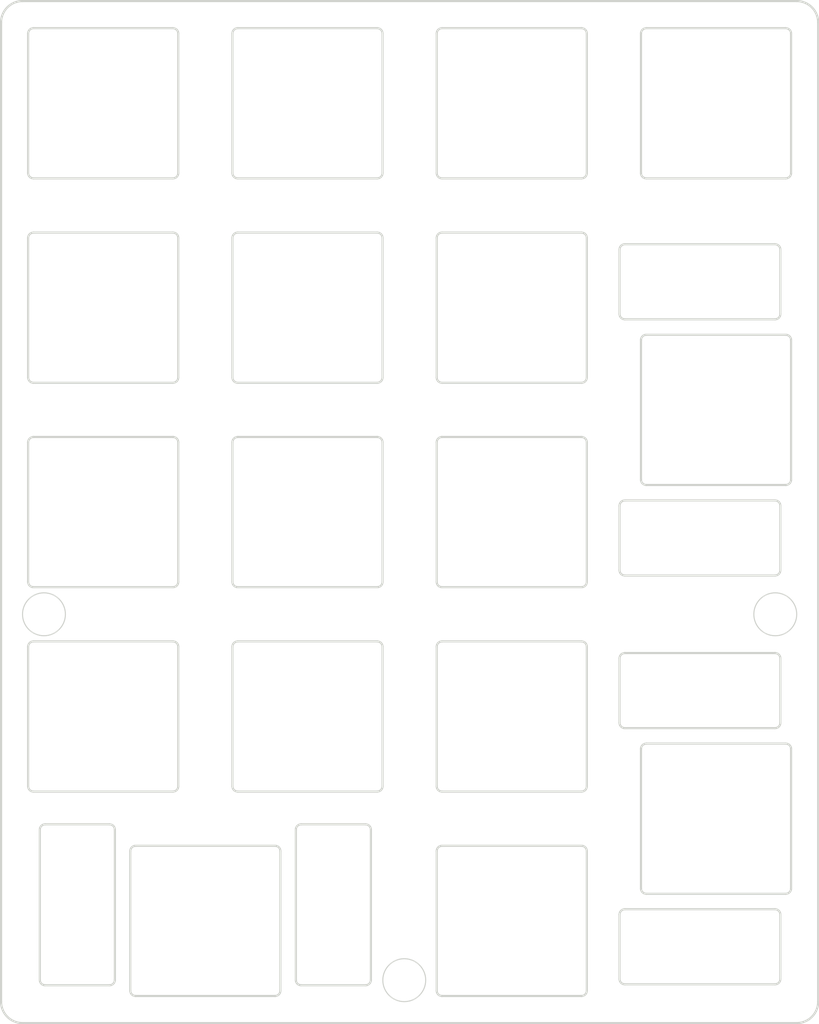
<source format=kicad_pcb>
(kicad_pcb (version 20221018) (generator pcbnew)

  (general
    (thickness 1.6)
  )

  (paper "A4")
  (layers
    (0 "F.Cu" signal)
    (31 "B.Cu" signal)
    (32 "B.Adhes" user "B.Adhesive")
    (33 "F.Adhes" user "F.Adhesive")
    (34 "B.Paste" user)
    (35 "F.Paste" user)
    (36 "B.SilkS" user "B.Silkscreen")
    (37 "F.SilkS" user "F.Silkscreen")
    (38 "B.Mask" user)
    (39 "F.Mask" user)
    (40 "Dwgs.User" user "User.Drawings")
    (41 "Cmts.User" user "User.Comments")
    (42 "Eco1.User" user "User.Eco1")
    (43 "Eco2.User" user "User.Eco2")
    (44 "Edge.Cuts" user)
    (45 "Margin" user)
    (46 "B.CrtYd" user "B.Courtyard")
    (47 "F.CrtYd" user "F.Courtyard")
    (48 "B.Fab" user)
    (49 "F.Fab" user)
    (50 "User.1" user)
    (51 "User.2" user)
    (52 "User.3" user)
    (53 "User.4" user)
    (54 "User.5" user)
    (55 "User.6" user)
    (56 "User.7" user)
    (57 "User.8" user)
    (58 "User.9" user)
  )

  (setup
    (pad_to_mask_clearance 0)
    (grid_origin 48.84 130.7)
    (pcbplotparams
      (layerselection 0x00010fc_ffffffff)
      (plot_on_all_layers_selection 0x0000000_00000000)
      (disableapertmacros false)
      (usegerberextensions false)
      (usegerberattributes true)
      (usegerberadvancedattributes true)
      (creategerberjobfile true)
      (dashed_line_dash_ratio 12.000000)
      (dashed_line_gap_ratio 3.000000)
      (svgprecision 4)
      (plotframeref false)
      (viasonmask false)
      (mode 1)
      (useauxorigin false)
      (hpglpennumber 1)
      (hpglpenspeed 20)
      (hpglpendiameter 15.000000)
      (dxfpolygonmode true)
      (dxfimperialunits true)
      (dxfusepcbnewfont true)
      (psnegative false)
      (psa4output false)
      (plotreference true)
      (plotvalue true)
      (plotinvisibletext false)
      (sketchpadsonfab false)
      (subtractmaskfromsilk false)
      (outputformat 1)
      (mirror false)
      (drillshape 1)
      (scaleselection 1)
      (outputdirectory "")
    )
  )

  (net 0 "")

  (gr_arc (start 49.865 109.125) (mid 49.511447 108.978553) (end 49.365 108.625)
    (stroke (width 0.2) (type solid)) (layer "Edge.Cuts") (tstamp 02bd69de-817a-4aff-a2b2-435beb75747c))
  (gr_line (start 49.865 51.975) (end 62.865 51.975)
    (stroke (width 0.2) (type solid)) (layer "Edge.Cuts") (tstamp 03822c99-6f6c-4b3c-9c45-ad19f443a43e))
  (gr_arc (start 120.515 118.15) (mid 120.368553 118.503553) (end 120.015 118.65)
    (stroke (width 0.2) (type solid)) (layer "Edge.Cuts") (tstamp 03d6fcdb-41a7-4abd-868b-45de3a5fdf3f))
  (gr_line (start 87.965 114.175) (end 100.965 114.175)
    (stroke (width 0.2) (type solid)) (layer "Edge.Cuts") (tstamp 0677a6bc-029a-4c42-9947-715db07c6f4a))
  (gr_line (start 46.84 37.45) (end 46.84 128.7)
    (stroke (width 0.2) (type solid)) (layer "Edge.Cuts") (tstamp 07ab95c0-db1e-46f2-9276-43d9130ed751))
  (gr_arc (start 62.865 37.975) (mid 63.218553 38.121447) (end 63.365 38.475)
    (stroke (width 0.2) (type solid)) (layer "Edge.Cuts") (tstamp 0a4f5e04-0ca5-4e02-aede-feb086f53063))
  (gr_arc (start 87.965 109.125) (mid 87.611447 108.978553) (end 87.465 108.625)
    (stroke (width 0.2) (type solid)) (layer "Edge.Cuts") (tstamp 0aaa6bd2-9261-4df6-8dbc-a1729400f264))
  (gr_arc (start 82.415 108.625) (mid 82.268553 108.978553) (end 81.915 109.125)
    (stroke (width 0.2) (type solid)) (layer "Edge.Cuts") (tstamp 0b14e0f3-1ea2-4a51-a10f-0fdcb770a2ba))
  (gr_arc (start 63.365 89.575) (mid 63.218553 89.928553) (end 62.865 90.075)
    (stroke (width 0.2) (type solid)) (layer "Edge.Cuts") (tstamp 0d7985c1-73d0-462e-9d4b-a1ce05c0ae83))
  (gr_line (start 87.965 76.075) (end 100.965 76.075)
    (stroke (width 0.2) (type solid)) (layer "Edge.Cuts") (tstamp 0dc61399-9f72-45c8-8c5e-eab07dbd3a6d))
  (gr_arc (start 68.915 51.975) (mid 68.561447 51.828553) (end 68.415 51.475)
    (stroke (width 0.2) (type solid)) (layer "Edge.Cuts") (tstamp 0df62f9a-89f9-4aa3-bd44-aa170d186596))
  (gr_arc (start 105.015 103.212) (mid 104.661447 103.065553) (end 104.515 102.712)
    (stroke (width 0.2) (type solid)) (layer "Edge.Cuts") (tstamp 0f01d881-e5f8-4555-8052-4587c8753221))
  (gr_arc (start 101.465 70.525) (mid 101.318553 70.878553) (end 100.965 71.025)
    (stroke (width 0.2) (type solid)) (layer "Edge.Cuts") (tstamp 1080ee39-1d35-490c-9ad6-4de5341c9f30))
  (gr_line (start 49.865 57.025) (end 62.865 57.025)
    (stroke (width 0.2) (type solid)) (layer "Edge.Cuts") (tstamp 11bc2f35-d1da-439d-820a-85e3f9f53cae))
  (gr_line (start 87.965 95.125) (end 100.965 95.125)
    (stroke (width 0.2) (type solid)) (layer "Edge.Cuts") (tstamp 1209aed2-7d93-4f4a-b678-73a7dfc675eb))
  (gr_arc (start 123.04 128.7) (mid 122.454214 130.114214) (end 121.04 130.7)
    (stroke (width 0.2) (type default)) (layer "Edge.Cuts") (tstamp 12fa267d-2219-49fd-be57-7a9acf2765ca))
  (gr_arc (start 105.015 65.112) (mid 104.661447 64.965553) (end 104.515 64.612)
    (stroke (width 0.2) (type solid)) (layer "Edge.Cuts") (tstamp 134396de-fd73-4fc2-8a31-49f7993c4228))
  (gr_line (start 101.465 76.575) (end 101.465 89.575)
    (stroke (width 0.2) (type solid)) (layer "Edge.Cuts") (tstamp 145636dc-4382-41b7-bd41-0da873042c29))
  (gr_arc (start 106.515 38.475) (mid 106.661447 38.121447) (end 107.015 37.975)
    (stroke (width 0.2) (type solid)) (layer "Edge.Cuts") (tstamp 148b44df-5f1b-4b37-8aa4-39ef14fa0122))
  (gr_line (start 72.89 114.675) (end 72.89 127.675)
    (stroke (width 0.2) (type solid)) (layer "Edge.Cuts") (tstamp 15bc7169-0ed4-4079-a170-60ab7aaf3d8c))
  (gr_line (start 119.015 58.112) (end 105.015 58.112)
    (stroke (width 0.2) (type solid)) (layer "Edge.Cuts") (tstamp 1989d894-ed96-4842-a20f-06056eab8016))
  (gr_line (start 104.515 82.488) (end 104.515 88.488)
    (stroke (width 0.2) (type solid)) (layer "Edge.Cuts") (tstamp 19f5b73a-f739-4d1c-bf2d-3c44a91124fa))
  (gr_line (start 63.365 95.625) (end 63.365 108.625)
    (stroke (width 0.2) (type solid)) (layer "Edge.Cuts") (tstamp 1acd98d6-abea-494b-9f40-6bde442bc78f))
  (gr_arc (start 81.915 37.975) (mid 82.268553 38.121447) (end 82.415 38.475)
    (stroke (width 0.2) (type solid)) (layer "Edge.Cuts") (tstamp 1b1b3ca0-323a-487f-8474-186631e23632))
  (gr_line (start 68.415 57.525) (end 68.415 70.525)
    (stroke (width 0.2) (type solid)) (layer "Edge.Cuts") (tstamp 1cadc35a-6624-4548-9e5c-c8f19b51dc20))
  (gr_line (start 68.415 95.625) (end 68.415 108.625)
    (stroke (width 0.2) (type solid)) (layer "Edge.Cuts") (tstamp 1fd2aaa2-6986-4e49-9fb8-7084d1d7f728))
  (gr_line (start 87.965 90.075) (end 100.965 90.075)
    (stroke (width 0.2) (type solid)) (layer "Edge.Cuts") (tstamp 20429998-28b4-43fc-a5fe-3b5ef87ee725))
  (gr_line (start 120.515 38.475) (end 120.515 51.475)
    (stroke (width 0.2) (type solid)) (layer "Edge.Cuts") (tstamp 20d26f0f-5f67-482e-9f5d-0a660c74c4b7))
  (gr_line (start 119.515 58.612) (end 119.515 64.612)
    (stroke (width 0.2) (type solid)) (layer "Edge.Cuts") (tstamp 232c575f-dd20-47bf-b7e2-08d47f9025ac))
  (gr_arc (start 106.515 105.15) (mid 106.661447 104.796447) (end 107.015 104.65)
    (stroke (width 0.2) (type solid)) (layer "Edge.Cuts") (tstamp 24677d8c-244c-490b-8f7b-3e97fc442b56))
  (gr_arc (start 48.84 130.7) (mid 47.425786 130.114214) (end 46.84 128.7)
    (stroke (width 0.2) (type default)) (layer "Edge.Cuts") (tstamp 265e0988-8bbe-429c-b09d-c61bf0a354ab))
  (gr_line (start 68.915 57.025) (end 81.915 57.025)
    (stroke (width 0.2) (type solid)) (layer "Edge.Cuts") (tstamp 266b057e-aab6-4ddb-8a31-d49283706b6e))
  (gr_arc (start 74.328 112.675) (mid 74.474447 112.321447) (end 74.828 112.175)
    (stroke (width 0.2) (type solid)) (layer "Edge.Cuts") (tstamp 26f74bae-db24-4e68-91d5-bf3b6e44d35a))
  (gr_arc (start 46.84 37.45) (mid 47.425786 36.035786) (end 48.84 35.45)
    (stroke (width 0.2) (type default)) (layer "Edge.Cuts") (tstamp 290b69ed-0635-4765-aec3-9a2e33227fb6))
  (gr_arc (start 119.015 96.212) (mid 119.368553 96.358447) (end 119.515 96.712)
    (stroke (width 0.2) (type solid)) (layer "Edge.Cuts") (tstamp 2b8ba453-b828-49e8-a444-a914eedb0538))
  (gr_line (start 119.015 88.988) (end 105.015 88.988)
    (stroke (width 0.2) (type solid)) (layer "Edge.Cuts") (tstamp 2cf2357a-7baf-41c6-a4f5-f174babef485))
  (gr_arc (start 120.015 66.55) (mid 120.368553 66.696447) (end 120.515 67.05)
    (stroke (width 0.2) (type solid)) (layer "Edge.Cuts") (tstamp 2e6abcbb-e26d-4247-a293-b88d501ddfb1))
  (gr_arc (start 62.865 95.125) (mid 63.218553 95.271447) (end 63.365 95.625)
    (stroke (width 0.2) (type solid)) (layer "Edge.Cuts") (tstamp 2ea4b31e-81b0-418f-904f-bb95d39ffc49))
  (gr_arc (start 107.015 118.65) (mid 106.661447 118.503553) (end 106.515 118.15)
    (stroke (width 0.2) (type solid)) (layer "Edge.Cuts") (tstamp 2f5d5b75-e966-4bcc-aa15-318c7b465088))
  (gr_arc (start 62.865 76.075) (mid 63.218553 76.221447) (end 63.365 76.575)
    (stroke (width 0.2) (type solid)) (layer "Edge.Cuts") (tstamp 2f6081c9-f781-470b-9441-32adaa96ab4e))
  (gr_arc (start 49.365 76.575) (mid 49.511447 76.221447) (end 49.865 76.075)
    (stroke (width 0.2) (type solid)) (layer "Edge.Cuts") (tstamp 30acc9e1-18a8-4b6a-9e19-f58b4b044089))
  (gr_line (start 49.865 90.075) (end 62.865 90.075)
    (stroke (width 0.2) (type solid)) (layer "Edge.Cuts") (tstamp 30e4b23d-e051-4837-8e4f-65a0e077f9a5))
  (gr_arc (start 119.515 88.488) (mid 119.368553 88.841553) (end 119.015 88.988)
    (stroke (width 0.2) (type solid)) (layer "Edge.Cuts") (tstamp 314ee872-8232-404f-a8c6-4a4d566913f3))
  (gr_line (start 121.04 130.7) (end 48.84 130.7)
    (stroke (width 0.2) (type solid)) (layer "Edge.Cuts") (tstamp 33ab3337-4961-436e-b732-a612e9eca6e1))
  (gr_arc (start 50.952 127.175) (mid 50.598447 127.028553) (end 50.452 126.675)
    (stroke (width 0.2) (type solid)) (layer "Edge.Cuts") (tstamp 34b3ce02-4ea7-471b-aaaf-92fb18a065a1))
  (gr_circle (center 84.44 126.7) (end 86.44 126.7)
    (stroke (width 0.1) (type default)) (fill none) (layer "Edge.Cuts") (tstamp 3581e31b-40e4-469f-960c-b868f6f47485))
  (gr_arc (start 87.465 95.625) (mid 87.611447 95.271447) (end 87.965 95.125)
    (stroke (width 0.2) (type solid)) (layer "Edge.Cuts") (tstamp 36bf9016-29a6-4464-8a11-059ee0a4759a))
  (gr_line (start 68.915 71.025) (end 81.915 71.025)
    (stroke (width 0.2) (type solid)) (layer "Edge.Cuts") (tstamp 370b36c3-4580-4320-aa22-f4ddc6f1e19d))
  (gr_line (start 101.465 57.525) (end 101.465 70.525)
    (stroke (width 0.2) (type solid)) (layer "Edge.Cuts") (tstamp 39551eb8-7780-400f-a50a-aff2b39467f4))
  (gr_arc (start 74.828 127.175) (mid 74.474447 127.028553) (end 74.328 126.675)
    (stroke (width 0.2) (type solid)) (layer "Edge.Cuts") (tstamp 39884075-0401-4018-8c5d-704f8d1fcb9f))
  (gr_line (start 59.39 128.175) (end 72.39 128.175)
    (stroke (width 0.2) (type solid)) (layer "Edge.Cuts") (tstamp 3bccf842-65a5-42c4-89a6-efecdab4dc1f))
  (gr_arc (start 107.015 51.975) (mid 106.661447 51.828553) (end 106.515 51.475)
    (stroke (width 0.2) (type solid)) (layer "Edge.Cuts") (tstamp 3c138de5-b7eb-4efc-b828-194913c1210c))
  (gr_arc (start 101.465 108.625) (mid 101.318553 108.978553) (end 100.965 109.125)
    (stroke (width 0.2) (type solid)) (layer "Edge.Cuts") (tstamp 3e45e9e5-7527-433e-a832-4b0e92023cf5))
  (gr_line (start 56.952 127.175) (end 50.952 127.175)
    (stroke (width 0.2) (type solid)) (layer "Edge.Cuts") (tstamp 3f3873fb-cfec-4df8-b493-c08e347f54f7))
  (gr_line (start 104.515 96.712) (end 104.515 102.712)
    (stroke (width 0.2) (type solid)) (layer "Edge.Cuts") (tstamp 4062889b-ae28-4e51-9289-ebcf006e7554))
  (gr_line (start 57.452 126.675) (end 57.452 112.675)
    (stroke (width 0.2) (type solid)) (layer "Edge.Cuts") (tstamp 40947ecc-69af-407a-90fc-34f91a1d07b2))
  (gr_arc (start 106.515 67.05) (mid 106.661447 66.696447) (end 107.015 66.55)
    (stroke (width 0.2) (type solid)) (layer "Edge.Cuts") (tstamp 43dd3811-e52a-4411-871a-147f40f1a76f))
  (gr_line (start 120.015 104.65) (end 107.015 104.65)
    (stroke (width 0.2) (type solid)) (layer "Edge.Cuts") (tstamp 44127ec7-eab5-4eba-b56a-6fe3b307a843))
  (gr_line (start 81.328 126.675) (end 81.328 112.675)
    (stroke (width 0.2) (type solid)) (layer "Edge.Cuts") (tstamp 44d8fe74-eed6-46ef-84d4-642c88a3e642))
  (gr_arc (start 101.465 51.475) (mid 101.318553 51.828553) (end 100.965 51.975)
    (stroke (width 0.2) (type solid)) (layer "Edge.Cuts") (tstamp 4590904b-8961-4f38-8aa5-4ec5715b7319))
  (gr_line (start 80.828 112.175) (end 74.828 112.175)
    (stroke (width 0.2) (type solid)) (layer "Edge.Cuts") (tstamp 4667b8b1-1a98-496a-b2c9-98c12314af07))
  (gr_arc (start 57.452 126.675) (mid 57.305553 127.028553) (end 56.952 127.175)
    (stroke (width 0.2) (type solid)) (layer "Edge.Cuts") (tstamp 48709983-a014-4077-b28f-c9c813295b86))
  (gr_line (start 59.39 114.175) (end 72.39 114.175)
    (stroke (width 0.2) (type solid)) (layer "Edge.Cuts") (tstamp 488b4c62-c55a-4d0f-ae40-ac7bdf4e8809))
  (gr_line (start 56.952 112.175) (end 50.952 112.175)
    (stroke (width 0.2) (type solid)) (layer "Edge.Cuts") (tstamp 4af0973a-eb39-436f-af69-dc6d8919d600))
  (gr_arc (start 87.965 71.025) (mid 87.611447 70.878553) (end 87.465 70.525)
    (stroke (width 0.2) (type solid)) (layer "Edge.Cuts") (tstamp 4b258efa-453e-4cff-bc46-1787665c9d2c))
  (gr_line (start 82.415 76.575) (end 82.415 89.575)
    (stroke (width 0.2) (type solid)) (layer "Edge.Cuts") (tstamp 4bfd6bb9-57d7-4ee3-be1b-bd3d73065507))
  (gr_arc (start 72.89 127.675) (mid 72.743553 128.028553) (end 72.39 128.175)
    (stroke (width 0.2) (type solid)) (layer "Edge.Cuts") (tstamp 4e48425b-feb7-4810-addd-565479759bdb))
  (gr_line (start 87.965 51.975) (end 100.965 51.975)
    (stroke (width 0.2) (type solid)) (layer "Edge.Cuts") (tstamp 4e51238c-c954-4e64-9fac-e72c5a634cf9))
  (gr_arc (start 104.515 58.612) (mid 104.661447 58.258447) (end 105.015 58.112)
    (stroke (width 0.2) (type solid)) (layer "Edge.Cuts") (tstamp 4e777aad-57b1-48bc-8a23-1ba655c949c2))
  (gr_line (start 87.465 76.575) (end 87.465 89.575)
    (stroke (width 0.2) (type solid)) (layer "Edge.Cuts") (tstamp 52c27918-0ecb-4b29-a329-154784979d43))
  (gr_arc (start 49.865 71.025) (mid 49.511447 70.878553) (end 49.365 70.525)
    (stroke (width 0.2) (type solid)) (layer "Edge.Cuts") (tstamp 56952399-e279-4dd8-acff-fabcfe7d379e))
  (gr_arc (start 120.015 104.65) (mid 120.368553 104.796447) (end 120.515 105.15)
    (stroke (width 0.2) (type solid)) (layer "Edge.Cuts") (tstamp 5953c23b-f0ec-4022-8bbf-039e36ce0df1))
  (gr_line (start 119.015 65.112) (end 105.015 65.112)
    (stroke (width 0.2) (type solid)) (layer "Edge.Cuts") (tstamp 5a957055-fe5c-40c3-bb03-c4bf50774208))
  (gr_arc (start 119.015 58.112) (mid 119.368553 58.258447) (end 119.515 58.612)
    (stroke (width 0.2) (type solid)) (layer "Edge.Cuts") (tstamp 5bed7515-a59a-4b12-a2bd-338714eb04aa))
  (gr_line (start 49.865 71.025) (end 62.865 71.025)
    (stroke (width 0.2) (type solid)) (layer "Edge.Cuts") (tstamp 5cb7a731-29ef-4273-9c40-c2c29eb3b87d))
  (gr_line (start 107.015 37.975) (end 120.015 37.975)
    (stroke (width 0.2) (type solid)) (layer "Edge.Cuts") (tstamp 5d0260d2-6b39-4a95-89f3-1eefee99527a))
  (gr_arc (start 68.415 38.475) (mid 68.561447 38.121447) (end 68.915 37.975)
    (stroke (width 0.2) (type solid)) (layer "Edge.Cuts") (tstamp 5d08b42a-728f-4c99-af97-6b43e49d8f73))
  (gr_line (start 107.015 51.975) (end 120.015 51.975)
    (stroke (width 0.2) (type solid)) (layer "Edge.Cuts") (tstamp 600f4c39-2f43-45fa-a28b-9ff92682e497))
  (gr_line (start 68.415 76.575) (end 68.415 89.575)
    (stroke (width 0.2) (type solid)) (layer "Edge.Cuts") (tstamp 6070e72d-cff7-4453-9908-db29a05aa15b))
  (gr_arc (start 104.515 120.588) (mid 104.661447 120.234447) (end 105.015 120.088)
    (stroke (width 0.2) (type solid)) (layer "Edge.Cuts") (tstamp 60b64571-359a-473f-bee2-731cbbdbf771))
  (gr_line (start 68.915 90.075) (end 81.915 90.075)
    (stroke (width 0.2) (type solid)) (layer "Edge.Cuts") (tstamp 61071825-decf-462c-bbf0-5062b763c2ee))
  (gr_line (start 120.015 80.55) (end 107.015 80.55)
    (stroke (width 0.2) (type solid)) (layer "Edge.Cuts") (tstamp 627b55ff-c4fa-4d6b-b85a-8e72e6b549c0))
  (gr_line (start 50.452 126.675) (end 50.452 112.675)
    (stroke (width 0.2) (type solid)) (layer "Edge.Cuts") (tstamp 62992855-506b-49cf-bba9-b96fcaf462cf))
  (gr_arc (start 120.515 80.05) (mid 120.368553 80.403553) (end 120.015 80.55)
    (stroke (width 0.2) (type solid)) (layer "Edge.Cuts") (tstamp 645dfa69-4534-4274-a7a6-35bd46029e02))
  (gr_circle (center 50.84 92.6) (end 52.84 92.6)
    (stroke (width 0.1) (type default)) (fill none) (layer "Edge.Cuts") (tstamp 6803f4af-be9d-491b-9009-5c3112f0c5d0))
  (gr_arc (start 87.465 114.675) (mid 87.611447 114.321447) (end 87.965 114.175)
    (stroke (width 0.2) (type solid)) (layer "Edge.Cuts") (tstamp 68f9ce0b-66c9-41e5-8163-423891d86a39))
  (gr_line (start 63.365 76.575) (end 63.365 89.575)
    (stroke (width 0.2) (type solid)) (layer "Edge.Cuts") (tstamp 69a7264a-3da3-4155-aebd-cf06e2c38713))
  (gr_arc (start 49.865 51.975) (mid 49.511447 51.828553) (end 49.365 51.475)
    (stroke (width 0.2) (type solid)) (layer "Edge.Cuts") (tstamp 69e503d7-b6dd-4edc-a883-d598759f05ea))
  (gr_arc (start 81.915 95.125) (mid 82.268553 95.271447) (end 82.415 95.625)
    (stroke (width 0.2) (type solid)) (layer "Edge.Cuts") (tstamp 6a3a84d8-2795-4ff3-9ab5-3700d86739a5))
  (gr_line (start 49.365 95.625) (end 49.365 108.625)
    (stroke (width 0.2) (type solid)) (layer "Edge.Cuts") (tstamp 6f350567-63e8-40a7-b9cd-0008dbb7b172))
  (gr_line (start 106.515 67.05) (end 106.515 80.05)
    (stroke (width 0.2) (type solid)) (layer "Edge.Cuts") (tstamp 706c6f3d-a271-4dca-92c6-7e206f1002c6))
  (gr_arc (start 104.515 96.712) (mid 104.661447 96.358447) (end 105.015 96.212)
    (stroke (width 0.2) (type solid)) (layer "Edge.Cuts") (tstamp 727ed102-5b50-4f7c-aca9-0a93a4529e6d))
  (gr_line (start 87.465 38.475) (end 87.465 51.475)
    (stroke (width 0.2) (type solid)) (layer "Edge.Cuts") (tstamp 733499db-29c4-4293-abff-a0a1b3803dcb))
  (gr_line (start 121.04 35.45) (end 48.84 35.45)
    (stroke (width 0.2) (type solid)) (layer "Edge.Cuts") (tstamp 7396ae4e-ef87-472b-af04-7247afe0d0ca))
  (gr_arc (start 72.39 114.175) (mid 72.743553 114.321447) (end 72.89 114.675)
    (stroke (width 0.2) (type solid)) (layer "Edge.Cuts") (tstamp 73e25c40-6a73-49b7-b26c-341466851cc9))
  (gr_line (start 104.515 120.588) (end 104.515 126.588)
    (stroke (width 0.2) (type solid)) (layer "Edge.Cuts") (tstamp 754f99c2-cc39-4d5b-9bde-4b4521c2fffe))
  (gr_arc (start 50.452 112.675) (mid 50.598447 112.321447) (end 50.952 112.175)
    (stroke (width 0.2) (type solid)) (layer "Edge.Cuts") (tstamp 76603659-5891-4347-bad8-a9e1745be845))
  (gr_arc (start 49.365 95.625) (mid 49.511447 95.271447) (end 49.865 95.125)
    (stroke (width 0.2) (type solid)) (layer "Edge.Cuts") (tstamp 76b6022e-f14b-4abe-a0d1-a337e62b6be7))
  (gr_line (start 68.915 95.125) (end 81.915 95.125)
    (stroke (width 0.2) (type solid)) (layer "Edge.Cuts") (tstamp 780c4f48-f06f-488a-b1a4-fad59637407d))
  (gr_line (start 87.465 57.525) (end 87.465 70.525)
    (stroke (width 0.2) (type solid)) (layer "Edge.Cuts") (tstamp 7c16b9c3-0ff9-4ec7-9db3-4acc4e743af6))
  (gr_arc (start 105.015 127.088) (mid 104.661447 126.941553) (end 104.515 126.588)
    (stroke (width 0.2) (type solid)) (layer "Edge.Cuts") (tstamp 7deed357-dca0-4ded-a1cb-8e69c388a8dc))
  (gr_line (start 49.865 76.075) (end 62.865 76.075)
    (stroke (width 0.2) (type solid)) (layer "Edge.Cuts") (tstamp 7e1fd8ab-cf28-4a27-8444-34de15cf106c))
  (gr_arc (start 59.39 128.175) (mid 59.036447 128.028553) (end 58.89 127.675)
    (stroke (width 0.2) (type solid)) (layer "Edge.Cuts") (tstamp 7eab9aa4-03f4-4c10-a690-3065b13fa69f))
  (gr_line (start 80.828 127.175) (end 74.828 127.175)
    (stroke (width 0.2) (type solid)) (layer "Edge.Cuts") (tstamp 7fce58fb-ec14-4e79-b473-976ed4a062d6))
  (gr_arc (start 68.415 95.625) (mid 68.561447 95.271447) (end 68.915 95.125)
    (stroke (width 0.2) (type solid)) (layer "Edge.Cuts") (tstamp 80959bd6-4519-48b7-95fc-22486b2ca198))
  (gr_arc (start 82.415 89.575) (mid 82.268553 89.928553) (end 81.915 90.075)
    (stroke (width 0.2) (type solid)) (layer "Edge.Cuts") (tstamp 87cea8c9-1fa0-44a5-bc35-f74c1e41f43c))
  (gr_arc (start 87.965 90.075) (mid 87.611447 89.928553) (end 87.465 89.575)
    (stroke (width 0.2) (type solid)) (layer "Edge.Cuts") (tstamp 87fc14cf-bdfd-4f4d-bfd2-1acb88b006de))
  (gr_line (start 82.415 38.475) (end 82.415 51.475)
    (stroke (width 0.2) (type solid)) (layer "Edge.Cuts") (tstamp 88001a8e-7a77-419e-9feb-e29d90bf4cde))
  (gr_arc (start 49.365 38.475) (mid 49.511447 38.121447) (end 49.865 37.975)
    (stroke (width 0.2) (type solid)) (layer "Edge.Cuts") (tstamp 8899b342-1e4d-46aa-9c2e-4de847724e81))
  (gr_line (start 68.915 51.975) (end 81.915 51.975)
    (stroke (width 0.2) (type solid)) (layer "Edge.Cuts") (tstamp 89f946db-f498-4c0f-9a5f-2b8013322e8d))
  (gr_arc (start 68.415 57.525) (mid 68.561447 57.171447) (end 68.915 57.025)
    (stroke (width 0.2) (type solid)) (layer "Edge.Cuts") (tstamp 8b1a74c3-ed9a-44c3-a8a3-d74bd845efd4))
  (gr_line (start 101.465 114.675) (end 101.465 127.675)
    (stroke (width 0.2) (type solid)) (layer "Edge.Cuts") (tstamp 8fcc38b6-f498-4a01-9817-a6d3aacdd156))
  (gr_line (start 63.365 57.525) (end 63.365 70.525)
    (stroke (width 0.2) (type solid)) (layer "Edge.Cuts") (tstamp 90159484-bda4-412e-be49-0c981d2d4ed9))
  (gr_line (start 68.915 109.125) (end 81.915 109.125)
    (stroke (width 0.2) (type solid)) (layer "Edge.Cuts") (tstamp 91189f76-926d-441f-8ae2-e09975c5aea4))
  (gr_arc (start 58.89 114.675) (mid 59.036447 114.321447) (end 59.39 114.175)
    (stroke (width 0.2) (type solid)) (layer "Edge.Cuts") (tstamp 9273917d-ee1a-4abb-8d6d-c73536f64b68))
  (gr_arc (start 120.015 37.975) (mid 120.368553 38.121447) (end 120.515 38.475)
    (stroke (width 0.2) (type solid)) (layer "Edge.Cuts") (tstamp 9471696d-1389-4c71-bc8c-1f7130c91b6a))
  (gr_arc (start 87.465 57.525) (mid 87.611447 57.171447) (end 87.965 57.025)
    (stroke (width 0.2) (type solid)) (layer "Edge.Cuts") (tstamp 962d21fc-8435-4645-abcd-30cf5b6a5dcf))
  (gr_line (start 49.365 38.475) (end 49.365 51.475)
    (stroke (width 0.2) (type solid)) (layer "Edge.Cuts") (tstamp 98943089-7eee-4c03-b4f3-31780d7f512b))
  (gr_arc (start 119.015 120.088) (mid 119.368553 120.234447) (end 119.515 120.588)
    (stroke (width 0.2) (type solid)) (layer "Edge.Cuts") (tstamp 9959284c-d6b6-4a05-917c-f67db7c2bbf2))
  (gr_arc (start 81.328 126.675) (mid 81.181553 127.028553) (end 80.828 127.175)
    (stroke (width 0.2) (type solid)) (layer "Edge.Cuts") (tstamp 9a64ad23-1de8-4853-b546-46245db51fec))
  (gr_line (start 87.965 57.025) (end 100.965 57.025)
    (stroke (width 0.2) (type solid)) (layer "Edge.Cuts") (tstamp 9b1ff03f-c414-41c3-9d7b-608937038121))
  (gr_arc (start 104.515 82.488) (mid 104.661447 82.134447) (end 105.015 81.988)
    (stroke (width 0.2) (type solid)) (layer "Edge.Cuts") (tstamp 9c3942aa-99a8-4dd8-8381-31463560d2df))
  (gr_line (start 119.515 96.712) (end 119.515 102.712)
    (stroke (width 0.2) (type solid)) (layer "Edge.Cuts") (tstamp 9c768d2c-872a-4825-8524-14c11092facf))
  (gr_line (start 49.865 95.125) (end 62.865 95.125)
    (stroke (width 0.2) (type solid)) (layer "Edge.Cuts") (tstamp 9c785deb-f06b-4ecf-84f2-a2f54315ed7e))
  (gr_line (start 123.04 37.45) (end 123.04 128.7)
    (stroke (width 0.2) (type solid)) (layer "Edge.Cuts") (tstamp 9ce736f3-549f-48ec-a728-f1b5ac370a74))
  (gr_line (start 120.015 118.65) (end 107.015 118.65)
    (stroke (width 0.2) (type solid)) (layer "Edge.Cuts") (tstamp 9d847988-64b4-47f8-b05e-6fb62f32c7cc))
  (gr_line (start 101.465 95.625) (end 101.465 108.625)
    (stroke (width 0.2) (type solid)) (layer "Edge.Cuts") (tstamp a0065707-1606-4b2e-926f-5abfe3b61846))
  (gr_arc (start 119.515 64.612) (mid 119.368553 64.965553) (end 119.015 65.112)
    (stroke (width 0.2) (type solid)) (layer "Edge.Cuts") (tstamp a0ce27f4-ada1-4990-a28e-7fe1027efb85))
  (gr_arc (start 68.915 90.075) (mid 68.561447 89.928553) (end 68.415 89.575)
    (stroke (width 0.2) (type solid)) (layer "Edge.Cuts") (tstamp a0f77b20-98b9-4c03-8f91-d5a24aafce0f))
  (gr_arc (start 81.915 76.075) (mid 82.268553 76.221447) (end 82.415 76.575)
    (stroke (width 0.2) (type solid)) (layer "Edge.Cuts") (tstamp a2a6654f-e0cc-4ad1-b9c7-3afd6792aa15))
  (gr_arc (start 100.965 114.175) (mid 101.318553 114.321447) (end 101.465 114.675)
    (stroke (width 0.2) (type solid)) (layer "Edge.Cuts") (tstamp a45c5df3-9977-44fd-8e73-5589da1b08d5))
  (gr_line (start 106.515 105.15) (end 106.515 118.15)
    (stroke (width 0.2) (type solid)) (layer "Edge.Cuts") (tstamp a47d413d-7ef2-42ac-9882-2502ee4ca072))
  (gr_arc (start 100.965 57.025) (mid 101.318553 57.171447) (end 101.465 57.525)
    (stroke (width 0.2) (type solid)) (layer "Edge.Cuts") (tstamp a620e41e-89d3-4145-ac55-90e16f540a9f))
  (gr_line (start 87.965 109.125) (end 100.965 109.125)
    (stroke (width 0.2) (type solid)) (layer "Edge.Cuts") (tstamp ad918130-1f2c-4144-bb4b-d6bbeb2030bb))
  (gr_line (start 120.015 66.55) (end 107.015 66.55)
    (stroke (width 0.2) (type solid)) (layer "Edge.Cuts") (tstamp afb294b5-299c-4015-962e-f37eff67b77b))
  (gr_arc (start 105.015 88.988) (mid 104.661447 88.841553) (end 104.515 88.488)
    (stroke (width 0.2) (type solid)) (layer "Edge.Cuts") (tstamp b1862118-7c8b-4db1-be81-f5ab2f5b7f62))
  (gr_line (start 49.865 109.125) (end 62.865 109.125)
    (stroke (width 0.2) (type solid)) (layer "Edge.Cuts") (tstamp b1feb62d-bb88-43c3-957e-61d155b1ec52))
  (gr_arc (start 68.915 109.125) (mid 68.561447 108.978553) (end 68.415 108.625)
    (stroke (width 0.2) (type solid)) (layer "Edge.Cuts") (tstamp b2b0c48e-c1bc-4418-9ed6-f82757adb481))
  (gr_arc (start 101.465 127.675) (mid 101.318553 128.028553) (end 100.965 128.175)
    (stroke (width 0.2) (type solid)) (layer "Edge.Cuts") (tstamp b3777232-ad5a-4ee2-9d79-2f4476314008))
  (gr_arc (start 119.015 81.988) (mid 119.368553 82.134447) (end 119.515 82.488)
    (stroke (width 0.2) (type solid)) (layer "Edge.Cuts") (tstamp b3904e1f-a55f-42d6-a019-cc63950048a0))
  (gr_line (start 119.015 96.212) (end 105.015 96.212)
    (stroke (width 0.2) (type solid)) (layer "Edge.Cuts") (tstamp b43e89ce-666e-4337-bd64-ac20d325cf16))
  (gr_line (start 68.915 76.075) (end 81.915 76.075)
    (stroke (width 0.2) (type solid)) (layer "Edge.Cuts") (tstamp b58df30b-c6f6-4056-b292-557f9470d78c))
  (gr_line (start 104.515 58.612) (end 104.515 64.612)
    (stroke (width 0.2) (type solid)) (layer "Edge.Cuts") (tstamp b6062e16-4d63-4397-8bee-1088c304def5))
  (gr_arc (start 82.415 51.475) (mid 82.268553 51.828553) (end 81.915 51.975)
    (stroke (width 0.2) (type solid)) (layer "Edge.Cuts") (tstamp b6d7e221-c522-42a0-baff-63b7c53f93ee))
  (gr_arc (start 56.952 112.175) (mid 57.305553 112.321447) (end 57.452 112.675)
    (stroke (width 0.2) (type solid)) (layer "Edge.Cuts") (tstamp b8047550-bb7e-4014-8aab-8a848d21acb4))
  (gr_arc (start 101.465 89.575) (mid 101.318553 89.928553) (end 100.965 90.075)
    (stroke (width 0.2) (type solid)) (layer "Edge.Cuts") (tstamp b933f6a3-6045-4d6a-b47b-d6ff1ea532d3))
  (gr_arc (start 107.015 80.55) (mid 106.661447 80.403553) (end 106.515 80.05)
    (stroke (width 0.2) (type solid)) (layer "Edge.Cuts") (tstamp bb35620e-8896-4373-90cb-887643087191))
  (gr_arc (start 87.965 51.975) (mid 87.611447 51.828553) (end 87.465 51.475)
    (stroke (width 0.2) (type solid)) (layer "Edge.Cuts") (tstamp bccec5ed-64de-445d-aee9-c413edd5ebcc))
  (gr_line (start 49.865 37.975) (end 62.865 37.975)
    (stroke (width 0.2) (type solid)) (layer "Edge.Cuts") (tstamp bcf2d88f-ab09-4a55-9890-1fbda42ab2dc))
  (gr_arc (start 87.465 76.575) (mid 87.611447 76.221447) (end 87.965 76.075)
    (stroke (width 0.2) (type solid)) (layer "Edge.Cuts") (tstamp bd97f5e6-cada-47d4-99a5-2a5c0b5f6994))
  (gr_arc (start 119.515 102.712) (mid 119.368553 103.065553) (end 119.015 103.212)
    (stroke (width 0.2) (type solid)) (layer "Edge.Cuts") (tstamp be11e6c6-7743-4d14-b93b-d3ffba214e26))
  (gr_line (start 63.365 38.475) (end 63.365 51.475)
    (stroke (width 0.2) (type solid)) (layer "Edge.Cuts") (tstamp bfb82f32-044f-4c32-a70e-14656a732470))
  (gr_line (start 49.365 76.575) (end 49.365 89.575)
    (stroke (width 0.2) (type solid)) (layer "Edge.Cuts") (tstamp bfbc85dd-0cd4-43fe-9822-4ef8f6da492e))
  (gr_arc (start 63.365 51.475) (mid 63.218553 51.828553) (end 62.865 51.975)
    (stroke (width 0.2) (type solid)) (layer "Edge.Cuts") (tstamp c25aba75-8723-4574-8c9a-0e20d6f26f26))
  (gr_arc (start 49.865 90.075) (mid 49.511447 89.928553) (end 49.365 89.575)
    (stroke (width 0.2) (type solid)) (layer "Edge.Cuts") (tstamp c298d793-a770-4f8d-b97f-6e7031b24a41))
  (gr_line (start 49.365 57.525) (end 49.365 70.525)
    (stroke (width 0.2) (type solid)) (layer "Edge.Cuts") (tstamp c2c8bb68-3cdc-4d58-a485-3d1bef408123))
  (gr_arc (start 100.965 76.075) (mid 101.318553 76.221447) (end 101.465 76.575)
    (stroke (width 0.2) (type solid)) (layer "Edge.Cuts") (tstamp c3150667-05f3-4f3d-ba84-5d6ec19c3bbb))
  (gr_arc (start 119.515 126.588) (mid 119.368553 126.941553) (end 119.015 127.088)
    (stroke (width 0.2) (type solid)) (layer "Edge.Cuts") (tstamp c534fc99-ab03-484d-8bcc-fdebc2abd2eb))
  (gr_arc (start 121.04 35.45) (mid 122.454214 36.035786) (end 123.04 37.45)
    (stroke (width 0.2) (type default)) (layer "Edge.Cuts") (tstamp c73954c3-99c5-49ed-a05a-d48625cf64eb))
  (gr_arc (start 87.965 128.175) (mid 87.611447 128.028553) (end 87.465 127.675)
    (stroke (width 0.2) (type solid)) (layer "Edge.Cuts") (tstamp c936d9da-fa9c-478a-8b2f-022901eb9753))
  (gr_line (start 87.965 37.975) (end 100.965 37.975)
    (stroke (width 0.2) (type solid)) (layer "Edge.Cuts") (tstamp cba0342f-a654-43fe-bc95-2ded2c4e7e54))
  (gr_line (start 87.965 128.175) (end 100.965 128.175)
    (stroke (width 0.2) (type solid)) (layer "Edge.Cuts") (tstamp cf6d9282-14d8-4357-9871-4f1fdbd0e5ce))
  (gr_line (start 74.328 126.675) (end 74.328 112.675)
    (stroke (width 0.2) (type solid)) (layer "Edge.Cuts") (tstamp d1a5422f-8f49-41ae-b4fc-b23a56ad1dd5))
  (gr_arc (start 63.365 70.525) (mid 63.218553 70.878553) (end 62.865 71.025)
    (stroke (width 0.2) (type solid)) (layer "Edge.Cuts") (tstamp d2846ad1-0f80-4058-ab16-93b216db31f7))
  (gr_line (start 120.515 105.15) (end 120.515 118.15)
    (stroke (width 0.2) (type solid)) (layer "Edge.Cuts") (tstamp d7aae6bf-1e67-46b0-82b7-932de84f252c))
  (gr_line (start 119.015 120.088) (end 105.015 120.088)
    (stroke (width 0.2) (type solid)) (layer "Edge.Cuts") (tstamp d83091c6-2603-4fbb-b0fd-070972d13e51))
  (gr_line (start 82.415 95.625) (end 82.415 108.625)
    (stroke (width 0.2) (type solid)) (layer "Edge.Cuts") (tstamp d915044e-8146-44fd-a1f2-39473b16affc))
  (gr_line (start 68.915 37.975) (end 81.915 37.975)
    (stroke (width 0.2) (type solid)) (layer "Edge.Cuts") (tstamp d989410a-cc48-4a4d-a818-be1f867296b6))
  (gr_line (start 119.015 81.988) (end 105.015 81.988)
    (stroke (width 0.2) (type solid)) (layer "Edge.Cuts") (tstamp da12542f-1d53-463f-9fc9-d845e4bf5513))
  (gr_line (start 101.465 38.475) (end 101.465 51.475)
    (stroke (width 0.2) (type solid)) (layer "Edge.Cuts") (tstamp db0c454a-b0aa-448d-9fa3-1ed46f83a742))
  (gr_arc (start 68.415 76.575) (mid 68.561447 76.221447) (end 68.915 76.075)
    (stroke (width 0.2) (type solid)) (layer "Edge.Cuts") (tstamp df693379-356a-497d-9167-2370cf911a4e))
  (gr_arc (start 62.865 57.025) (mid 63.218553 57.171447) (end 63.365 57.525)
    (stroke (width 0.2) (type solid)) (layer "Edge.Cuts") (tstamp dfa58438-6a85-43e9-9e56-bae3a7e8cc1c))
  (gr_arc (start 63.365 108.625) (mid 63.218553 108.978553) (end 62.865 109.125)
    (stroke (width 0.2) (type solid)) (layer "Edge.Cuts") (tstamp e1a12a6c-24d3-41f5-959b-ca0914ff69ee))
  (gr_arc (start 49.365 57.525) (mid 49.511447 57.171447) (end 49.865 57.025)
    (stroke (width 0.2) (type solid)) (layer "Edge.Cuts") (tstamp e37b85c9-23a6-416a-98d2-bb39d976defd))
  (gr_line (start 58.89 114.675) (end 58.89 127.675)
    (stroke (width 0.2) (type solid)) (layer "Edge.Cuts") (tstamp e70c479b-3d35-445e-befe-85c77bbdea1c))
  (gr_line (start 87.465 114.675) (end 87.465 127.675)
    (stroke (width 0.2) (type solid)) (layer "Edge.Cuts") (tstamp e7276158-f957-4345-8410-07b709270292))
  (gr_line (start 87.465 95.625) (end 87.465 108.625)
    (stroke (width 0.2) (type solid)) (layer "Edge.Cuts") (tstamp e953c265-1eed-4e28-bcea-2971ae110381))
  (gr_circle (center 119.04 92.6) (end 121.04 92.6)
    (stroke (width 0.1) (type default)) (fill none) (layer "Edge.Cuts") (tstamp ebae9603-65a3-41a3-a414-f800d30d868e))
  (gr_line (start 87.965 71.025) (end 100.965 71.025)
    (stroke (width 0.2) (type solid)) (layer "Edge.Cuts") (tstamp ec4e987f-f7ce-4ec9-9e43-36a84ea57de2))
  (gr_line (start 119.515 82.488) (end 119.515 88.488)
    (stroke (width 0.2) (type solid)) (layer "Edge.Cuts") (tstamp edcd9470-48d3-4c4d-90f0-919205cdf5dc))
  (gr_line (start 106.515 38.475) (end 106.515 51.475)
    (stroke (width 0.2) (type solid)) (layer "Edge.Cuts") (tstamp ee7b0126-6db6-4065-a99d-563b17fde46e))
  (gr_arc (start 120.515 51.475) (mid 120.368553 51.828553) (end 120.015 51.975)
    (stroke (width 0.2) (type solid)) (layer "Edge.Cuts") (tstamp ef6d1910-d3df-47b1-a204-204887ab47be))
  (gr_arc (start 87.465 38.475) (mid 87.611447 38.121447) (end 87.965 37.975)
    (stroke (width 0.2) (type solid)) (layer "Edge.Cuts") (tstamp efec1bcc-ca01-4398-9616-ee2f64ec0b23))
  (gr_line (start 68.415 38.475) (end 68.415 51.475)
    (stroke (width 0.2) (type solid)) (layer "Edge.Cuts") (tstamp f14b2d14-52ab-429d-8af9-12ce20bc4129))
  (gr_line (start 119.515 120.588) (end 119.515 126.588)
    (stroke (width 0.2) (type solid)) (layer "Edge.Cuts") (tstamp f15e4c0a-0c57-471b-8578-d23452b75947))
  (gr_line (start 120.515 67.05) (end 120.515 80.05)
    (stroke (width 0.2) (type solid)) (layer "Edge.Cuts") (tstamp f1eadaaa-3a2f-47bb-b0d4-40db69b58bca))
  (gr_arc (start 81.915 57.025) (mid 82.268553 57.171447) (end 82.415 57.525)
    (stroke (width 0.2) (type solid)) (layer "Edge.Cuts") (tstamp f46424f4-d26e-486e-996a-630961998c34))
  (gr_line (start 119.015 103.212) (end 105.015 103.212)
    (stroke (width 0.2) (type solid)) (layer "Edge.Cuts") (tstamp f5dd160f-f816-4ae2-87c4-7c721663228e))
  (gr_arc (start 100.965 95.125) (mid 101.318553 95.271447) (end 101.465 95.625)
    (stroke (width 0.2) (type solid)) (layer "Edge.Cuts") (tstamp f9ab5997-f116-4281-8995-d17dd25f3980))
  (gr_line (start 119.015 127.088) (end 105.015 127.088)
    (stroke (width 0.2) (type solid)) (layer "Edge.Cuts") (tstamp faf87863-1ea4-49a9-848c-f1c289eb4c67))
  (gr_arc (start 82.415 70.525) (mid 82.268553 70.878553) (end 81.915 71.025)
    (stroke (width 0.2) (type solid)) (layer "Edge.Cuts") (tstamp fc46c2d9-dcde-4207-9f3a-44518bb31a42))
  (gr_arc (start 68.915 71.025) (mid 68.561447 70.878553) (end 68.415 70.525)
    (stroke (width 0.2) (type solid)) (layer "Edge.Cuts") (tstamp fc63b64e-7bc5-4780-93fc-426d7eace558))
  (gr_arc (start 80.828 112.175) (mid 81.181553 112.321447) (end 81.328 112.675)
    (stroke (width 0.2) (type solid)) (layer "Edge.Cuts") (tstamp fd3a08fd-65fe-46d4-a683-ef7136d7a536))
  (gr_arc (start 100.965 37.975) (mid 101.318553 38.121447) (end 101.465 38.475)
    (stroke (width 0.2) (type solid)) (layer "Edge.Cuts") (tstamp fe6e27e3-1194-4fb1-96be-2bb786041eec))
  (gr_line (start 82.415 57.525) (end 82.415 70.525)
    (stroke (width 0.2) (type solid)) (layer "Edge.Cuts") (tstamp fecbe347-2b8a-4932-843e-199b20b87114))

  (group "" (id 07c5d6a6-e9f7-4d16-a089-31bd18eeae0d)
    (members
      02bd69de-817a-4aff-a2b2-435beb75747c
      03822c99-6f6c-4b3c-9c45-ad19f443a43e
      03d6fcdb-41a7-4abd-868b-45de3a5fdf3f
      0677a6bc-029a-4c42-9947-715db07c6f4a
      07ab95c0-db1e-46f2-9276-43d9130ed751
      0a4f5e04-0ca5-4e02-aede-feb086f53063
      0aaa6bd2-9261-4df6-8dbc-a1729400f264
      0b14e0f3-1ea2-4a51-a10f-0fdcb770a2ba
      0d7985c1-73d0-462e-9d4b-a1ce05c0ae83
      0dc61399-9f72-45c8-8c5e-eab07dbd3a6d
      0df62f9a-89f9-4aa3-bd44-aa170d186596
      0f01d881-e5f8-4555-8052-4587c8753221
      1080ee39-1d35-490c-9ad6-4de5341c9f30
      11bc2f35-d1da-439d-820a-85e3f9f53cae
      1209aed2-7d93-4f4a-b678-73a7dfc675eb
      134396de-fd73-4fc2-8a31-49f7993c4228
      145636dc-4382-41b7-bd41-0da873042c29
      148b44df-5f1b-4b37-8aa4-39ef14fa0122
      15bc7169-0ed4-4079-a170-60ab7aaf3d8c
      1989d894-ed96-4842-a20f-06056eab8016
      19f5b73a-f739-4d1c-bf2d-3c44a91124fa
      1acd98d6-abea-494b-9f40-6bde442bc78f
      1b1b3ca0-323a-487f-8474-186631e23632
      1cadc35a-6624-4548-9e5c-c8f19b51dc20
      1fd2aaa2-6986-4e49-9fb8-7084d1d7f728
      20429998-28b4-43fc-a5fe-3b5ef87ee725
      20d26f0f-5f67-482e-9f5d-0a660c74c4b7
      232c575f-dd20-47bf-b7e2-08d47f9025ac
      24677d8c-244c-490b-8f7b-3e97fc442b56
      266b057e-aab6-4ddb-8a31-d49283706b6e
      26f74bae-db24-4e68-91d5-bf3b6e44d35a
      2b8ba453-b828-49e8-a444-a914eedb0538
      2cf2357a-7baf-41c6-a4f5-f174babef485
      2e6abcbb-e26d-4247-a293-b88d501ddfb1
      2ea4b31e-81b0-418f-904f-bb95d39ffc49
      2f5d5b75-e966-4bcc-aa15-318c7b465088
      2f6081c9-f781-470b-9441-32adaa96ab4e
      30acc9e1-18a8-4b6a-9e19-f58b4b044089
      30e4b23d-e051-4837-8e4f-65a0e077f9a5
      314ee872-8232-404f-a8c6-4a4d566913f3
      33ab3337-4961-436e-b732-a612e9eca6e1
      34b3ce02-4ea7-471b-aaaf-92fb18a065a1
      36bf9016-29a6-4464-8a11-059ee0a4759a
      370b36c3-4580-4320-aa22-f4ddc6f1e19d
      39551eb8-7780-400f-a50a-aff2b39467f4
      39884075-0401-4018-8c5d-704f8d1fcb9f
      3bccf842-65a5-42c4-89a6-efecdab4dc1f
      3c138de5-b7eb-4efc-b828-194913c1210c
      3e45e9e5-7527-433e-a832-4b0e92023cf5
      3f3873fb-cfec-4df8-b493-c08e347f54f7
      4062889b-ae28-4e51-9289-ebcf006e7554
      40947ecc-69af-407a-90fc-34f91a1d07b2
      43dd3811-e52a-4411-871a-147f40f1a76f
      44127ec7-eab5-4eba-b56a-6fe3b307a843
      44d8fe74-eed6-46ef-84d4-642c88a3e642
      4590904b-8961-4f38-8aa5-4ec5715b7319
      4667b8b1-1a98-496a-b2c9-98c12314af07
      48709983-a014-4077-b28f-c9c813295b86
      488b4c62-c55a-4d0f-ae40-ac7bdf4e8809
      4af0973a-eb39-436f-af69-dc6d8919d600
      4b258efa-453e-4cff-bc46-1787665c9d2c
      4bfd6bb9-57d7-4ee3-be1b-bd3d73065507
      4e48425b-feb7-4810-addd-565479759bdb
      4e51238c-c954-4e64-9fac-e72c5a634cf9
      4e777aad-57b1-48bc-8a23-1ba655c949c2
      52c27918-0ecb-4b29-a329-154784979d43
      56952399-e279-4dd8-acff-fabcfe7d379e
      5953c23b-f0ec-4022-8bbf-039e36ce0df1
      5a957055-fe5c-40c3-bb03-c4bf50774208
      5bed7515-a59a-4b12-a2bd-338714eb04aa
      5cb7a731-29ef-4273-9c40-c2c29eb3b87d
      5d0260d2-6b39-4a95-89f3-1eefee99527a
      5d08b42a-728f-4c99-af97-6b43e49d8f73
      600f4c39-2f43-45fa-a28b-9ff92682e497
      6070e72d-cff7-4453-9908-db29a05aa15b
      60b64571-359a-473f-bee2-731cbbdbf771
      61071825-decf-462c-bbf0-5062b763c2ee
      627b55ff-c4fa-4d6b-b85a-8e72e6b549c0
      62992855-506b-49cf-bba9-b96fcaf462cf
      645dfa69-4534-4274-a7a6-35bd46029e02
      68f9ce0b-66c9-41e5-8163-423891d86a39
      69a7264a-3da3-4155-aebd-cf06e2c38713
      69e503d7-b6dd-4edc-a883-d598759f05ea
      6a3a84d8-2795-4ff3-9ab5-3700d86739a5
      6f350567-63e8-40a7-b9cd-0008dbb7b172
      706c6f3d-a271-4dca-92c6-7e206f1002c6
      727ed102-5b50-4f7c-aca9-0a93a4529e6d
      733499db-29c4-4293-abff-a0a1b3803dcb
      7396ae4e-ef87-472b-af04-7247afe0d0ca
      73e25c40-6a73-49b7-b26c-341466851cc9
      754f99c2-cc39-4d5b-9bde-4b4521c2fffe
      76603659-5891-4347-bad8-a9e1745be845
      76b6022e-f14b-4abe-a0d1-a337e62b6be7
      780c4f48-f06f-488a-b1a4-fad59637407d
      7c16b9c3-0ff9-4ec7-9db3-4acc4e743af6
      7deed357-dca0-4ded-a1cb-8e69c388a8dc
      7e1fd8ab-cf28-4a27-8444-34de15cf106c
      7eab9aa4-03f4-4c10-a690-3065b13fa69f
      7fce58fb-ec14-4e79-b473-976ed4a062d6
      80959bd6-4519-48b7-95fc-22486b2ca198
      87cea8c9-1fa0-44a5-bc35-f74c1e41f43c
      87fc14cf-bdfd-4f4d-bfd2-1acb88b006de
      88001a8e-7a77-419e-9feb-e29d90bf4cde
      8899b342-1e4d-46aa-9c2e-4de847724e81
      89f946db-f498-4c0f-9a5f-2b8013322e8d
      8b1a74c3-ed9a-44c3-a8a3-d74bd845efd4
      8fcc38b6-f498-4a01-9817-a6d3aacdd156
      90159484-bda4-412e-be49-0c981d2d4ed9
      91189f76-926d-441f-8ae2-e09975c5aea4
      9273917d-ee1a-4abb-8d6d-c73536f64b68
      9471696d-1389-4c71-bc8c-1f7130c91b6a
      962d21fc-8435-4645-abcd-30cf5b6a5dcf
      98943089-7eee-4c03-b4f3-31780d7f512b
      9959284c-d6b6-4a05-917c-f67db7c2bbf2
      9a64ad23-1de8-4853-b546-46245db51fec
      9b1ff03f-c414-41c3-9d7b-608937038121
      9c3942aa-99a8-4dd8-8381-31463560d2df
      9c768d2c-872a-4825-8524-14c11092facf
      9c785deb-f06b-4ecf-84f2-a2f54315ed7e
      9ce736f3-549f-48ec-a728-f1b5ac370a74
      9d847988-64b4-47f8-b05e-6fb62f32c7cc
      a0065707-1606-4b2e-926f-5abfe3b61846
      a0ce27f4-ada1-4990-a28e-7fe1027efb85
      a0f77b20-98b9-4c03-8f91-d5a24aafce0f
      a2a6654f-e0cc-4ad1-b9c7-3afd6792aa15
      a45c5df3-9977-44fd-8e73-5589da1b08d5
      a47d413d-7ef2-42ac-9882-2502ee4ca072
      a620e41e-89d3-4145-ac55-90e16f540a9f
      ad918130-1f2c-4144-bb4b-d6bbeb2030bb
      afb294b5-299c-4015-962e-f37eff67b77b
      b1862118-7c8b-4db1-be81-f5ab2f5b7f62
      b1feb62d-bb88-43c3-957e-61d155b1ec52
      b2b0c48e-c1bc-4418-9ed6-f82757adb481
      b3777232-ad5a-4ee2-9d79-2f4476314008
      b3904e1f-a55f-42d6-a019-cc63950048a0
      b43e89ce-666e-4337-bd64-ac20d325cf16
      b58df30b-c6f6-4056-b292-557f9470d78c
      b6062e16-4d63-4397-8bee-1088c304def5
      b6d7e221-c522-42a0-baff-63b7c53f93ee
      b8047550-bb7e-4014-8aab-8a848d21acb4
      b933f6a3-6045-4d6a-b47b-d6ff1ea532d3
      bb35620e-8896-4373-90cb-887643087191
      bccec5ed-64de-445d-aee9-c413edd5ebcc
      bcf2d88f-ab09-4a55-9890-1fbda42ab2dc
      bd97f5e6-cada-47d4-99a5-2a5c0b5f6994
      be11e6c6-7743-4d14-b93b-d3ffba214e26
      bfb82f32-044f-4c32-a70e-14656a732470
      bfbc85dd-0cd4-43fe-9822-4ef8f6da492e
      c25aba75-8723-4574-8c9a-0e20d6f26f26
      c298d793-a770-4f8d-b97f-6e7031b24a41
      c2c8bb68-3cdc-4d58-a485-3d1bef408123
      c3150667-05f3-4f3d-ba84-5d6ec19c3bbb
      c534fc99-ab03-484d-8bcc-fdebc2abd2eb
      c936d9da-fa9c-478a-8b2f-022901eb9753
      cba0342f-a654-43fe-bc95-2ded2c4e7e54
      cf6d9282-14d8-4357-9871-4f1fdbd0e5ce
      d1a5422f-8f49-41ae-b4fc-b23a56ad1dd5
      d2846ad1-0f80-4058-ab16-93b216db31f7
      d7aae6bf-1e67-46b0-82b7-932de84f252c
      d83091c6-2603-4fbb-b0fd-070972d13e51
      d915044e-8146-44fd-a1f2-39473b16affc
      d989410a-cc48-4a4d-a818-be1f867296b6
      da12542f-1d53-463f-9fc9-d845e4bf5513
      db0c454a-b0aa-448d-9fa3-1ed46f83a742
      df693379-356a-497d-9167-2370cf911a4e
      dfa58438-6a85-43e9-9e56-bae3a7e8cc1c
      e1a12a6c-24d3-41f5-959b-ca0914ff69ee
      e37b85c9-23a6-416a-98d2-bb39d976defd
      e70c479b-3d35-445e-befe-85c77bbdea1c
      e7276158-f957-4345-8410-07b709270292
      e953c265-1eed-4e28-bcea-2971ae110381
      ec4e987f-f7ce-4ec9-9e43-36a84ea57de2
      edcd9470-48d3-4c4d-90f0-919205cdf5dc
      ee7b0126-6db6-4065-a99d-563b17fde46e
      ef6d1910-d3df-47b1-a204-204887ab47be
      efec1bcc-ca01-4398-9616-ee2f64ec0b23
      f14b2d14-52ab-429d-8af9-12ce20bc4129
      f15e4c0a-0c57-471b-8578-d23452b75947
      f1eadaaa-3a2f-47bb-b0d4-40db69b58bca
      f46424f4-d26e-486e-996a-630961998c34
      f5dd160f-f816-4ae2-87c4-7c721663228e
      f9ab5997-f116-4281-8995-d17dd25f3980
      faf87863-1ea4-49a9-848c-f1c289eb4c67
      fc46c2d9-dcde-4207-9f3a-44518bb31a42
      fc63b64e-7bc5-4780-93fc-426d7eace558
      fd3a08fd-65fe-46d4-a683-ef7136d7a536
      fe6e27e3-1194-4fb1-96be-2bb786041eec
      fecbe347-2b8a-4932-843e-199b20b87114
    )
  )
)

</source>
